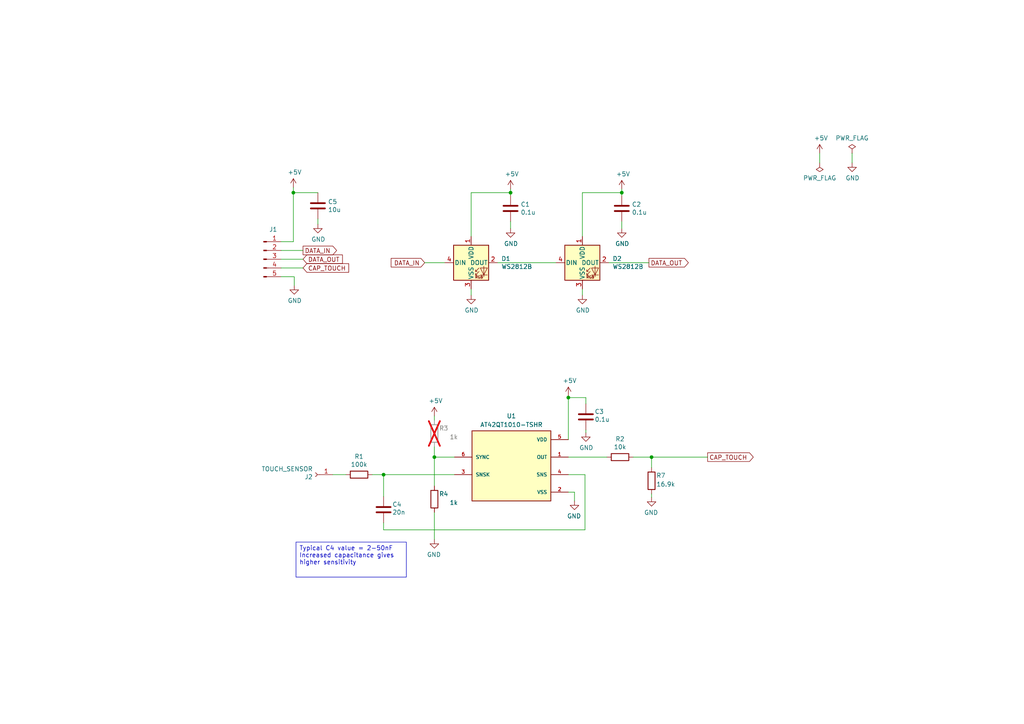
<source format=kicad_sch>
(kicad_sch (version 20230121) (generator eeschema)
  (paper "A4")
  (lib_symbols
    (symbol "AT42QT1010:AT42QT1010-TSHR" (pin_names (offset 1.016))
      (property "Reference" "U" (at -12.7148 7.6289 0))
      (property "Value" "AT42QT1010-TSHR" (at -12.7213 -15.2656 0))
      (symbol "AT42QT1010-TSHR_0_0"
        (rectangle (start -12.7 -12.7) (end 10.16 7.62) (stroke (width 0.254)) (fill (type background)))
        (pin output line (at 15.24 0 180) (length 5.08) (name "OUT") (number "1"))
        (pin power_in line (at 15.24 -10.16 180) (length 5.08) (name "VSS") (number "2"))
        (pin bidirectional line (at -17.78 -5.08 0) (length 5.08) (name "SNSK") (number "3"))
        (pin bidirectional line (at 15.24 -5.08 180) (length 5.08) (name "SNS") (number "4"))
        (pin power_in line (at 15.24 5.08 180) (length 5.08) (name "VDD") (number "5"))
        (pin input line (at -17.78 0 0) (length 5.08) (name "SYNC") (number "6"))
      )
    )
    (symbol "Device:C" (pin_numbers hide) (pin_names (offset 0.254))
      (property "Reference" "C" (at 0.635 2.54 0))
      (property "Value" "C" (at 0.635 -2.54 0))
      (symbol "C_0_1"
        (polyline (pts (xy -2.032 -0.762) (xy 2.032 -0.762)) (stroke (width 0.508)))
        (polyline (pts (xy -2.032 0.762) (xy 2.032 0.762)) (stroke (width 0.508)))
      )
      (symbol "C_1_1"
        (pin passive line (at 0 3.81 270) (length 2.794) (name "~") (number "1"))
        (pin passive line (at 0 -3.81 90) (length 2.794) (name "~") (number "2"))
      )
    )
    (symbol "Device:R" (pin_numbers hide) (pin_names (offset 0))
      (property "Reference" "R" (at 2.032 0 90))
      (property "Value" "R" (at 0 0 90))
      (symbol "R_0_1"
        (rectangle (start -1.016 -2.54) (end 1.016 2.54) (stroke (width 0.254)))
      )
      (symbol "R_1_1"
        (pin passive line (at 0 3.81 270) (length 1.27) (name "~") (number "1"))
        (pin passive line (at 0 -3.81 90) (length 1.27) (name "~") (number "2"))
      )
    )
    (symbol "LED:WS2812B" (pin_names (offset 0.254))
      (property "Reference" "D" (at 5.08 5.715 0))
      (property "Value" "WS2812B" (at 1.27 -5.715 0))
      (symbol "WS2812B_0_0"
        (text "RGB" (at 2.286 -4.191 0) (effects (font (size 0.762 0.762))))
      )
      (symbol "WS2812B_0_1"
        (polyline (pts (xy 1.27 -3.556) (xy 1.778 -3.556)))
        (polyline (pts (xy 1.27 -2.54) (xy 1.778 -2.54)))
        (polyline (pts (xy 4.699 -3.556) (xy 2.667 -3.556)))
        (polyline (pts (xy 2.286 -2.54) (xy 1.27 -3.556) (xy 1.27 -3.048)))
        (polyline (pts (xy 2.286 -1.524) (xy 1.27 -2.54) (xy 1.27 -2.032)))
        (polyline (pts (xy 3.683 -1.016) (xy 3.683 -3.556) (xy 3.683 -4.064)))
        (polyline (pts (xy 4.699 -1.524) (xy 2.667 -1.524) (xy 3.683 -3.556) (xy 4.699 -1.524)))
        (rectangle (start 5.08 5.08) (end -5.08 -5.08) (stroke (width 0.254)) (fill (type background)))
      )
      (symbol "WS2812B_1_1"
        (pin power_in line (at 0 7.62 270) (length 2.54) (name "VDD") (number "1"))
        (pin output line (at 7.62 0 180) (length 2.54) (name "DOUT") (number "2"))
        (pin power_in line (at 0 -7.62 90) (length 2.54) (name "VSS") (number "3"))
        (pin input line (at -7.62 0 0) (length 2.54) (name "DIN") (number "4"))
      )
    )
    (symbol "SpaceCenter_TouchBoard_KiCAD-rescue:Conn_01x01_Female-Connector" (pin_names (offset 1.016) hide)
      (property "Reference" "J" (at 0 2.54 0))
      (property "Value" "Connector_Conn_01x01_Female" (at 0 -2.54 0))
      (symbol "Conn_01x01_Female-Connector_1_1"
        (polyline (pts (xy -1.27 0) (xy -0.508 0)) (stroke (width 0.1524)))
        (arc (start 0 0.508) (mid -0.5058 0) (end 0 -0.508) (stroke (width 0.1524)))
        (pin passive line (at -5.08 0 0) (length 3.81) (name "Pin_1") (number "1"))
      )
    )
    (symbol "SpaceCenter_TouchBoard_KiCAD-rescue:Conn_01x05_Male-Connector" (pin_names (offset 1.016) hide)
      (property "Reference" "J" (at 0 7.62 0))
      (property "Value" "Connector_Conn_01x05_Male" (at 0 -7.62 0))
      (symbol "Conn_01x05_Male-Connector_1_1"
        (polyline (pts (xy 1.27 -5.08) (xy 0.8636 -5.08)) (stroke (width 0.1524)))
        (polyline (pts (xy 1.27 -2.54) (xy 0.8636 -2.54)) (stroke (width 0.1524)))
        (polyline (pts (xy 1.27 0) (xy 0.8636 0)) (stroke (width 0.1524)))
        (polyline (pts (xy 1.27 2.54) (xy 0.8636 2.54)) (stroke (width 0.1524)))
        (polyline (pts (xy 1.27 5.08) (xy 0.8636 5.08)) (stroke (width 0.1524)))
        (rectangle (start 0.8636 -4.953) (end 0 -5.207) (stroke (width 0.1524)) (fill (type outline)))
        (rectangle (start 0.8636 -2.413) (end 0 -2.667) (stroke (width 0.1524)) (fill (type outline)))
        (rectangle (start 0.8636 0.127) (end 0 -0.127) (stroke (width 0.1524)) (fill (type outline)))
        (rectangle (start 0.8636 2.667) (end 0 2.413) (stroke (width 0.1524)) (fill (type outline)))
        (rectangle (start 0.8636 5.207) (end 0 4.953) (stroke (width 0.1524)) (fill (type outline)))
        (pin passive line (at 5.08 5.08 180) (length 3.81) (name "Pin_1") (number "1"))
        (pin passive line (at 5.08 2.54 180) (length 3.81) (name "Pin_2") (number "2"))
        (pin passive line (at 5.08 0 180) (length 3.81) (name "Pin_3") (number "3"))
        (pin passive line (at 5.08 -2.54 180) (length 3.81) (name "Pin_4") (number "4"))
        (pin passive line (at 5.08 -5.08 180) (length 3.81) (name "Pin_5") (number "5"))
      )
    )
    (symbol "power:+5V" (power) (pin_names (offset 0))
      (property "Value" "+5V" (at 0 3.556 0))
      (symbol "+5V_0_1"
        (polyline (pts (xy -0.762 1.27) (xy 0 2.54)))
        (polyline (pts (xy 0 0) (xy 0 2.54)))
        (polyline (pts (xy 0 2.54) (xy 0.762 1.27)))
      )
      (symbol "+5V_1_1"
        (pin power_in line (at 0 0 90) (length 0) hide (name "+5V") (number "1"))
      )
    )
    (symbol "power:GND" (power) (pin_names (offset 0))
      (property "Value" "GND" (at 0 -3.81 0))
      (symbol "GND_0_1"
        (polyline (pts (xy 0 0) (xy 0 -1.27) (xy 1.27 -1.27) (xy 0 -2.54) (xy -1.27 -1.27) (xy 0 -1.27)))
      )
      (symbol "GND_1_1"
        (pin power_in line (at 0 0 270) (length 0) hide (name "GND") (number "1"))
      )
    )
    (symbol "power:PWR_FLAG" (power) (pin_numbers hide) (pin_names (offset 0) hide)
      (property "Value" "PWR_FLAG" (at 0 3.81 0))
      (symbol "PWR_FLAG_0_0"
        (pin power_out line (at 0 0 90) (length 0) (name "pwr") (number "1"))
      )
      (symbol "PWR_FLAG_0_1"
        (polyline (pts (xy 0 0) (xy 0 1.27) (xy -1.016 1.905) (xy 0 2.54) (xy 1.016 1.905) (xy 0 1.27)))
      )
    )
  )
  (junction (at 164.846 115.316))
  (junction (at 85.09 55.88))
  (junction (at 188.976 132.588))
  (junction (at 125.984 132.588))
  (junction (at 111.252 137.668))
  (junction (at 180.34 55.88))
  (junction (at 148.082 55.88))
  (wire (pts (xy 180.34 66.294) (xy 180.34 64.262)))
  (wire (pts (xy 85.344 80.264) (xy 85.344 82.804)))
  (wire (pts (xy 96.52 137.668) (xy 100.33 137.668)))
  (wire (pts (xy 169.672 137.668) (xy 169.672 153.67)))
  (wire (pts (xy 125.984 148.59) (xy 125.984 156.464)))
  (wire (pts (xy 166.624 142.748) (xy 166.624 145.288)))
  (wire (pts (xy 164.846 137.668) (xy 169.672 137.668)))
  (wire (pts (xy 125.984 132.588) (xy 125.984 140.97)))
  (wire (pts (xy 123.19 76.2) (xy 129.032 76.2)))
  (wire (pts (xy 85.09 55.88) (xy 92.202 55.88)))
  (wire (pts (xy 164.846 142.748) (xy 166.624 142.748)))
  (wire (pts (xy 169.926 115.316) (xy 169.926 117.094)))
  (wire (pts (xy 188.976 132.588) (xy 188.976 135.636)))
  (wire (pts (xy 188.976 144.272) (xy 188.976 143.256)))
  (wire (pts (xy 164.846 132.588) (xy 176.022 132.588)))
  (wire (pts (xy 85.09 55.88) (xy 85.09 54.356)))
  (wire (pts (xy 81.534 70.104) (xy 85.09 70.104)))
  (wire (pts (xy 168.91 85.598) (xy 168.91 83.82)))
  (wire (pts (xy 247.142 47.244) (xy 247.142 44.45)))
  (wire (pts (xy 111.252 144.018) (xy 111.252 137.668)))
  (wire (pts (xy 237.744 44.45) (xy 237.744 47.244)))
  (wire (pts (xy 180.34 54.864) (xy 180.34 55.88)))
  (wire (pts (xy 125.984 120.65) (xy 125.984 121.92)))
  (wire (pts (xy 148.082 55.88) (xy 148.082 56.642)))
  (wire (pts (xy 107.95 137.668) (xy 111.252 137.668)))
  (wire (pts (xy 188.214 76.2) (xy 176.53 76.2)))
  (wire (pts (xy 169.926 125.476) (xy 169.926 124.714)))
  (wire (pts (xy 164.846 115.316) (xy 164.846 127.508)))
  (wire (pts (xy 168.91 55.88) (xy 180.34 55.88)))
  (wire (pts (xy 205.232 132.588) (xy 188.976 132.588)))
  (wire (pts (xy 169.672 153.67) (xy 111.252 153.67)))
  (wire (pts (xy 92.202 63.5) (xy 92.202 65.024)))
  (wire (pts (xy 180.34 55.88) (xy 180.34 56.642)))
  (wire (pts (xy 136.652 68.58) (xy 136.652 55.88)))
  (wire (pts (xy 148.082 54.864) (xy 148.082 55.88)))
  (wire (pts (xy 131.826 132.588) (xy 125.984 132.588)))
  (wire (pts (xy 111.252 153.67) (xy 111.252 151.638)))
  (wire (pts (xy 148.082 66.294) (xy 148.082 64.262)))
  (wire (pts (xy 136.652 85.598) (xy 136.652 83.82)))
  (wire (pts (xy 164.846 114.808) (xy 164.846 115.316)))
  (wire (pts (xy 87.884 75.184) (xy 81.534 75.184)))
  (wire (pts (xy 125.984 129.54) (xy 125.984 132.588)))
  (wire (pts (xy 85.09 70.104) (xy 85.09 55.88)))
  (wire (pts (xy 81.534 80.264) (xy 85.344 80.264)))
  (wire (pts (xy 136.652 55.88) (xy 148.082 55.88)))
  (wire (pts (xy 144.272 76.2) (xy 161.29 76.2)))
  (wire (pts (xy 183.642 132.588) (xy 188.976 132.588)))
  (wire (pts (xy 81.534 72.644) (xy 87.884 72.644)))
  (wire (pts (xy 168.91 68.58) (xy 168.91 55.88)))
  (wire (pts (xy 169.926 115.316) (xy 164.846 115.316)))
  (wire (pts (xy 81.534 77.724) (xy 87.884 77.724)))
  (wire (pts (xy 111.252 137.668) (xy 131.826 137.668)))
  (text_box "Typical C4 value = 2-50nF\nIncreased capacitance gives higher sensitivity" (at 85.852 157.226 0) (size 32.004 10.16) (effects (font (size 1.27 1.27)) (justify left top)))
  (global_label "DATA_OUT" (shape input) (at 87.884 75.184 0) (property "Intersheetrefs" "${INTERSHEET_REFS}" (effects hide)))
  (global_label "CAP_TOUCH" (shape input) (at 87.884 77.724 0) (property "Intersheetrefs" "${INTERSHEET_REFS}" (effects hide)))
  (global_label "DATA_OUT" (shape output) (at 188.214 76.2 0) (property "Intersheetrefs" "${INTERSHEET_REFS}" (effects hide)))
  (global_label "DATA_IN" (shape input) (at 123.19 76.2 180) (property "Intersheetrefs" "${INTERSHEET_REFS}" (effects hide)))
  (global_label "CAP_TOUCH" (shape output) (at 205.232 132.588 0) (property "Intersheetrefs" "${INTERSHEET_REFS}" (effects hide)))
  (global_label "DATA_IN" (shape output) (at 87.884 72.644 0) (property "Intersheetrefs" "${INTERSHEET_REFS}" (effects hide)))
  (symbol (lib_id "SpaceCenter_TouchBoard_KiCAD-rescue:Conn_01x05_Male-Connector") (at 76.454 75.184 0) (unit 1)
    (property "Reference" "J1" (at 79.248 66.548 0))
    (property "Value" "Conn_01x05_Male" (effects hide))
    (property "Footprint" "Connector_JST:JST_SH_BM05B-SRSS-TB_1x05-1MP_P1.00mm_Vertical" (effects hide))
  )
  (symbol (lib_id "Device:C") (at 148.082 60.452 0) (unit 1)
    (property "Reference" "C1" (at 151.003 59.2836 0) (effects (justify left)))
    (property "Value" "0.1u" (at 151.003 61.595 0) (effects (justify left)))
    (property "Footprint" "Capacitor_SMD:C_0402_1005Metric_Pad0.74x0.62mm_HandSolder" (effects hide))
  )
  (symbol (lib_id "power:+5V") (at 237.744 44.45 0) (unit 1)
    (property "Reference" "#PWR09" (effects hide))
    (property "Value" "+5V" (at 238.125 40.0558 0))
  )
  (symbol (lib_id "power:GND") (at 247.142 47.244 0) (unit 1)
    (property "Reference" "#PWR010" (effects hide))
    (property "Value" "GND" (at 247.269 51.6382 0))
  )
  (symbol (lib_id "power:PWR_FLAG") (at 237.744 47.244 180) (unit 1)
    (property "Reference" "#FLG01" (effects hide))
    (property "Value" "PWR_FLAG" (at 237.744 51.6382 0))
  )
  (symbol (lib_id "power:PWR_FLAG") (at 247.142 44.45 0) (unit 1)
    (property "Reference" "#FLG02" (effects hide))
    (property "Value" "PWR_FLAG" (at 247.142 40.0558 0))
  )
  (symbol (lib_id "power:+5V") (at 85.09 54.356 0) (unit 1)
    (property "Reference" "#PWR01" (effects hide))
    (property "Value" "+5V" (at 85.471 49.9618 0))
  )
  (symbol (lib_id "power:GND") (at 85.344 82.804 0) (unit 1)
    (property "Reference" "#PWR02" (effects hide))
    (property "Value" "GND" (at 85.471 87.1982 0))
  )
  (symbol (lib_id "SpaceCenter_TouchBoard_KiCAD-rescue:Conn_01x01_Female-Connector") (at 91.44 137.668 180) (unit 1)
    (property "Reference" "J2" (at 90.7288 138.3284 0) (effects (justify left)))
    (property "Value" "TOUCH_SENSOR" (at 90.7288 136.017 0) (effects (justify left)))
    (property "Footprint" "Connector_Wire:SolderWirePad_1x01_SMD_5x10mm" (effects hide))
  )
  (symbol (lib_id "power:+5V") (at 148.082 54.864 0) (unit 1)
    (property "Reference" "#PWR04" (effects hide))
    (property "Value" "+5V" (at 148.463 50.4698 0))
  )
  (symbol (lib_id "power:GND") (at 148.082 66.294 0) (unit 1)
    (property "Reference" "#PWR05" (effects hide))
    (property "Value" "GND" (at 148.209 70.6882 0))
  )
  (symbol (lib_id "power:GND") (at 136.652 85.598 0) (unit 1)
    (property "Reference" "#PWR03" (effects hide))
    (property "Value" "GND" (at 136.779 89.9922 0))
  )
  (symbol (lib_id "Device:C") (at 180.34 60.452 0) (unit 1)
    (property "Reference" "C2" (at 183.261 59.2836 0) (effects (justify left)))
    (property "Value" "0.1u" (at 183.261 61.595 0) (effects (justify left)))
    (property "Footprint" "Capacitor_SMD:C_0402_1005Metric_Pad0.74x0.62mm_HandSolder" (effects hide))
  )
  (symbol (lib_id "power:+5V") (at 180.34 54.864 0) (unit 1)
    (property "Reference" "#PWR07" (effects hide))
    (property "Value" "+5V" (at 180.721 50.4698 0))
  )
  (symbol (lib_id "power:GND") (at 180.34 66.294 0) (unit 1)
    (property "Reference" "#PWR08" (effects hide))
    (property "Value" "GND" (at 180.467 70.6882 0))
  )
  (symbol (lib_id "power:GND") (at 168.91 85.598 0) (unit 1)
    (property "Reference" "#PWR06" (effects hide))
    (property "Value" "GND" (at 169.037 89.9922 0))
  )
  (symbol (lib_id "Device:R") (at 104.14 137.668 270) (unit 1)
    (property "Reference" "R1" (at 104.14 132.4102 90))
    (property "Value" "100k" (at 104.14 134.7216 90))
    (property "Footprint" "Resistor_SMD:R_0402_1005Metric_Pad0.72x0.64mm_HandSolder" (effects hide))
  )
  (symbol (lib_id "power:+5V") (at 164.846 114.808 0) (unit 1)
    (property "Reference" "#PWR011" (effects hide))
    (property "Value" "+5V" (at 165.227 110.4138 0))
  )
  (symbol (lib_id "Device:C") (at 169.926 120.904 0) (unit 1)
    (property "Reference" "C3" (at 172.466 119.38 0) (effects (justify left)))
    (property "Value" "0.1u" (at 172.466 121.666 0) (effects (justify left)))
    (property "Footprint" "Capacitor_SMD:C_0402_1005Metric_Pad0.74x0.62mm_HandSolder" (effects hide))
  )
  (symbol (lib_id "power:GND") (at 169.926 125.476 0) (unit 1)
    (property "Reference" "#PWR017" (effects hide))
    (property "Value" "GND" (at 170.053 129.8702 0))
  )
  (symbol (lib_id "Device:R") (at 188.976 139.446 0) (mirror x) (unit 1)
    (property "Reference" "R7" (at 193.04 137.922 0) (effects (justify right)))
    (property "Value" "16.9k" (at 195.834 140.462 0) (effects (justify right)))
    (property "Footprint" "Resistor_SMD:R_0402_1005Metric_Pad0.72x0.64mm_HandSolder" (effects hide))
  )
  (symbol (lib_id "power:GND") (at 188.976 144.272 0) (mirror y) (unit 1)
    (property "Reference" "#PWR016" (effects hide))
    (property "Value" "GND" (at 188.849 148.6662 0))
  )
  (symbol (lib_id "LED:WS2812B") (at 136.652 76.2 0) (unit 1)
    (property "Reference" "D1" (at 145.3896 75.0316 0) (effects (justify left)))
    (property "Value" "WS2812B" (at 145.3896 77.343 0) (effects (justify left)))
    (property "Footprint" "LED_SMD:LED_WS2812B_PLCC4_5.0x5.0mm_P3.2mm" (effects hide))
    (property "Datasheet" "https://cdn-shop.adafruit.com/datasheets/WS2812B.pdf" (effects hide))
  )
  (symbol (lib_id "LED:WS2812B") (at 168.91 76.2 0) (unit 1)
    (property "Reference" "D2" (at 177.6476 75.0316 0) (effects (justify left)))
    (property "Value" "WS2812B" (at 177.6476 77.343 0) (effects (justify left)))
    (property "Footprint" "LED_SMD:LED_WS2812B_PLCC4_5.0x5.0mm_P3.2mm" (effects hide))
    (property "Datasheet" "https://cdn-shop.adafruit.com/datasheets/WS2812B.pdf" (effects hide))
  )
  (symbol (lib_id "Device:R") (at 179.832 132.588 270) (unit 1)
    (property "Reference" "R2" (at 179.832 127.3302 90))
    (property "Value" "10k" (at 179.832 129.6416 90))
    (property "Footprint" "Resistor_SMD:R_0402_1005Metric_Pad0.72x0.64mm_HandSolder" (effects hide))
  )
  (symbol (lib_id "AT42QT1010:AT42QT1010-TSHR") (at 149.606 132.588 0) (unit 1)
    (property "Reference" "U1" (at 148.336 120.65 0))
    (property "Value" "AT42QT1010-TSHR" (at 148.336 123.19 0))
    (property "Footprint" "footprints:SOT95P270X145-6N" (effects hide))
    (property "MF" "Microchip" (effects hide))
    (property "Description" "\nCapacitive Touch Buttons SOT-23-6\n" (effects hide))
    (property "Package" "SOT-23-6 Microchip" (effects hide))
    (property "Price" "None" (effects hide))
    (property "Check_prices" "https://www.snapeda.com/parts/AT42QT1010-TSHR/Microchip/view-part/?ref=eda" (effects hide))
    (property "STANDARD" "IPC 7351B" (effects hide))
    (property "PARTREV" "DS40001946A" (effects hide))
    (property "SnapEDA_Link" "https://www.snapeda.com/parts/AT42QT1010-TSHR/Microchip/view-part/?ref=snap" (effects hide))
    (property "MP" "AT42QT1010-TSHR" (effects hide))
    (property "Purchase-URL" "https://www.snapeda.com/api/url_track_click_mouser/?unipart_id=700327&manufacturer=Microchip&part_name=AT42QT1010-TSHR&search_term= at42qt1010" (effects hide))
    (property "Availability" "In Stock" (effects hide))
    (property "MANUFACTURER" "MICROCHIP" (effects hide))
  )
  (symbol (lib_id "power:GND") (at 92.202 65.024 0) (unit 1)
    (property "Reference" "#PWR015" (effects hide))
    (property "Value" "GND" (at 92.329 69.4182 0))
  )
  (symbol (lib_id "Device:R") (at 125.984 125.73 0) (mirror x) (unit 1) (dnp yes)
    (property "Reference" "R3" (at 130.048 124.206 0) (effects (justify right)))
    (property "Value" "1k" (at 132.842 126.746 0) (effects (justify right)))
    (property "Footprint" "Resistor_SMD:R_0402_1005Metric_Pad0.72x0.64mm_HandSolder" (effects hide))
  )
  (symbol (lib_id "Device:C") (at 92.202 59.69 0) (unit 1)
    (property "Reference" "C5" (at 95.123 58.5216 0) (effects (justify left)))
    (property "Value" "10u" (at 95.123 60.833 0) (effects (justify left)))
    (property "Footprint" "Capacitor_SMD:C_0402_1005Metric_Pad0.74x0.62mm_HandSolder" (effects hide))
  )
  (symbol (lib_id "power:GND") (at 125.984 156.464 0) (mirror y) (unit 1)
    (property "Reference" "#PWR012" (effects hide))
    (property "Value" "GND" (at 125.857 160.8582 0))
  )
  (symbol (lib_id "power:+5V") (at 125.984 120.65 0) (unit 1)
    (property "Reference" "#PWR014" (effects hide))
    (property "Value" "+5V" (at 126.365 116.2558 0))
  )
  (symbol (lib_id "Device:C") (at 111.252 147.828 0) (unit 1)
    (property "Reference" "C4" (at 113.792 146.304 0) (effects (justify left)))
    (property "Value" "20n" (at 113.792 148.59 0) (effects (justify left)))
    (property "Footprint" "Capacitor_SMD:C_0402_1005Metric_Pad0.74x0.62mm_HandSolder" (effects hide))
  )
  (symbol (lib_id "Device:R") (at 125.984 144.78 0) (mirror x) (unit 1)
    (property "Reference" "R4" (at 130.048 143.256 0) (effects (justify right)))
    (property "Value" "1k" (at 132.842 145.796 0) (effects (justify right)))
    (property "Footprint" "Resistor_SMD:R_0402_1005Metric_Pad0.72x0.64mm_HandSolder" (effects hide))
  )
  (symbol (lib_id "power:GND") (at 166.624 145.288 0) (mirror y) (unit 1)
    (property "Reference" "#PWR013" (effects hide))
    (property "Value" "GND" (at 166.497 149.6822 0))
  )
)
</source>
